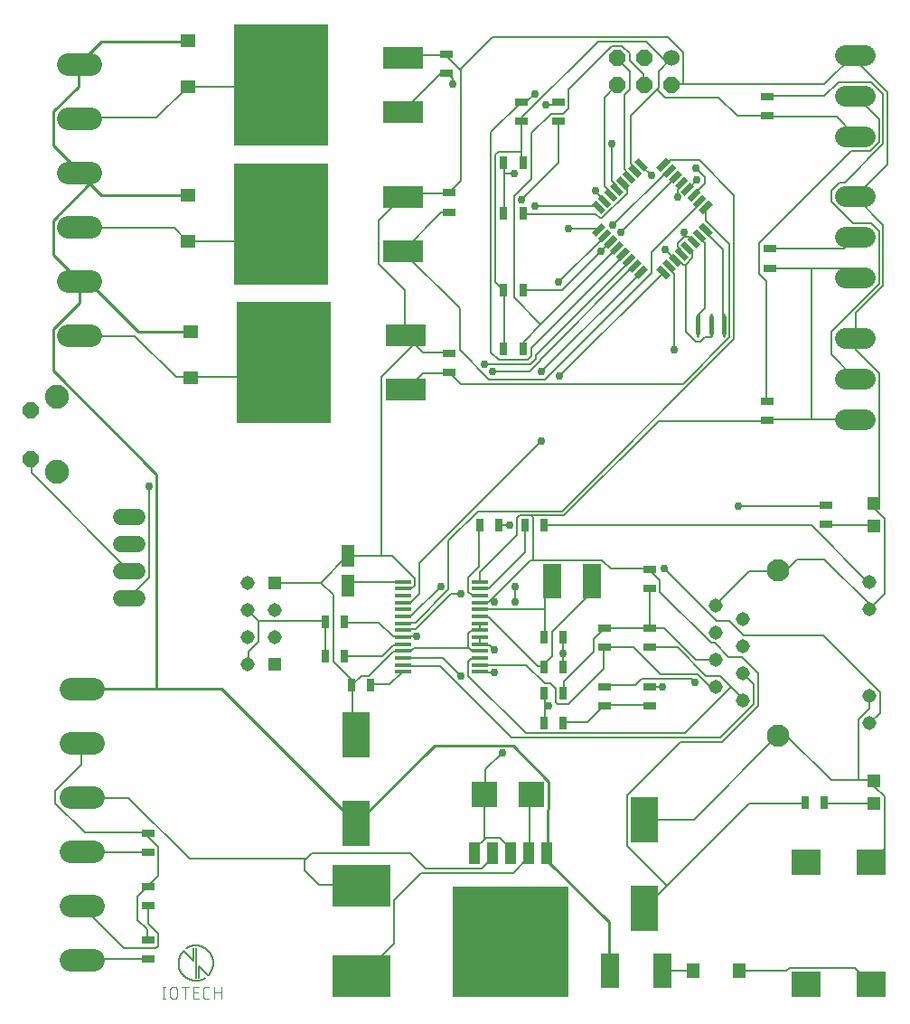
<source format=gbr>
G04 EAGLE Gerber RS-274X export*
G75*
%MOMM*%
%FSLAX34Y34*%
%LPD*%
%AMOC8*
5,1,8,0,0,1.08239X$1,22.5*%
G01*
%ADD10R,1.200000X1.200000*%
%ADD11R,1.270000X1.470000*%
%ADD12R,0.800000X1.200000*%
%ADD13R,1.780000X3.200000*%
%ADD14R,2.800000X2.400000*%
%ADD15R,1.200000X0.800000*%
%ADD16R,1.470000X1.270000*%
%ADD17R,3.810000X2.082800*%
%ADD18R,8.890000X11.430000*%
%ADD19R,1.308000X1.308000*%
%ADD20C,1.308000*%
%ADD21C,2.095500*%
%ADD22R,1.500000X0.400000*%
%ADD23R,1.700000X3.300000*%
%ADD24R,1.200000X2.000000*%
%ADD25C,2.100000*%
%ADD26C,1.524000*%
%ADD27R,1.270000X0.558800*%
%ADD28R,0.558800X1.270000*%
%ADD29C,0.450000*%
%ADD30C,0.254000*%
%ADD31C,1.524000*%
%ADD32P,1.649562X8X202.500000*%
%ADD33R,2.500000X4.300000*%
%ADD34R,5.500000X4.000000*%
%ADD35R,10.800000X10.410000*%
%ADD36R,1.066800X2.159000*%
%ADD37R,2.400000X2.400000*%
%ADD38C,0.127000*%
%ADD39C,0.101600*%
%ADD40P,1.649562X8X292.500000*%
%ADD41C,2.247900*%
%ADD42C,1.905000*%
%ADD43C,0.203200*%
%ADD44C,0.756400*%


D10*
X812500Y233000D03*
X812500Y212000D03*
D11*
X686500Y55000D03*
X643500Y55000D03*
D12*
X766500Y212500D03*
X748500Y212500D03*
D13*
X614900Y55000D03*
X565100Y55000D03*
D14*
X810000Y43000D03*
X810000Y157000D03*
X749000Y43000D03*
X749000Y157000D03*
D15*
X412500Y914000D03*
X412500Y896000D03*
D16*
X170000Y883500D03*
X170000Y926500D03*
D17*
X371400Y859600D03*
X371400Y910400D03*
D18*
X257100Y885000D03*
D15*
X712500Y589000D03*
X712500Y571000D03*
X715000Y731500D03*
X715000Y713500D03*
X415000Y784000D03*
X415000Y766000D03*
D16*
X170000Y738500D03*
X170000Y781500D03*
D17*
X371400Y729600D03*
X371400Y780400D03*
D18*
X257100Y755000D03*
D19*
X251125Y418250D03*
X251125Y342050D03*
D20*
X251125Y392850D03*
X251125Y367450D03*
X225725Y367450D03*
X225725Y392850D03*
X225725Y418250D03*
X225725Y342050D03*
D21*
X78778Y904500D02*
X57823Y904500D01*
X57823Y853700D02*
X78778Y853700D01*
X78778Y650500D02*
X57823Y650500D01*
X57823Y802900D02*
X78778Y802900D01*
X78778Y752100D02*
X57823Y752100D01*
X57823Y701300D02*
X78778Y701300D01*
X81278Y319500D02*
X60323Y319500D01*
X60323Y268700D02*
X81278Y268700D01*
X81278Y65500D02*
X60323Y65500D01*
X60323Y217900D02*
X81278Y217900D01*
X81278Y167100D02*
X60323Y167100D01*
X60323Y116300D02*
X81278Y116300D01*
D15*
X415000Y634000D03*
X415000Y616000D03*
D16*
X172500Y611000D03*
X172500Y654000D03*
D17*
X373900Y599600D03*
X373900Y650400D03*
D18*
X259600Y625000D03*
D15*
X712500Y874000D03*
X712500Y856000D03*
X132500Y184000D03*
X132500Y166000D03*
X132500Y134000D03*
X132500Y116000D03*
X132500Y84000D03*
X132500Y66000D03*
D22*
X371250Y419750D03*
X371250Y413250D03*
X371250Y406750D03*
X371250Y400250D03*
X371250Y393750D03*
X371250Y387250D03*
X371250Y380750D03*
X371250Y374250D03*
X371250Y367750D03*
X371250Y361250D03*
X371250Y354750D03*
X371250Y348250D03*
X371250Y341750D03*
X371250Y335250D03*
X443750Y335250D03*
X443750Y341750D03*
X443750Y348250D03*
X443750Y354750D03*
X443750Y361250D03*
X443750Y367750D03*
X443750Y374250D03*
X443750Y380750D03*
X443750Y387250D03*
X443750Y393750D03*
X443750Y400250D03*
X443750Y406750D03*
X443750Y413250D03*
X443750Y419750D03*
D12*
X316500Y350000D03*
X298500Y350000D03*
X316500Y382500D03*
X298500Y382500D03*
X341500Y322500D03*
X323500Y322500D03*
D23*
X511500Y420000D03*
X548500Y420000D03*
D12*
X503500Y340000D03*
X521500Y340000D03*
X503500Y367500D03*
X521500Y367500D03*
D15*
X560000Y358500D03*
X560000Y376500D03*
X602500Y358500D03*
X602500Y376500D03*
X602500Y303500D03*
X602500Y321500D03*
X560000Y303500D03*
X560000Y321500D03*
D12*
X521500Y315000D03*
X503500Y315000D03*
D15*
X602500Y431500D03*
X602500Y413500D03*
D12*
X521500Y287500D03*
X503500Y287500D03*
D24*
X320000Y416000D03*
X320000Y444000D03*
D12*
X504000Y472500D03*
X486000Y472500D03*
X461500Y472500D03*
X443500Y472500D03*
D25*
X722700Y275750D03*
X722700Y430650D03*
D20*
X808400Y419450D03*
X808400Y394050D03*
X808400Y312350D03*
X808400Y286950D03*
X664300Y397600D03*
X664300Y372200D03*
X664300Y346800D03*
X664300Y321400D03*
X689700Y385000D03*
X689700Y359600D03*
X689700Y334200D03*
X689700Y308800D03*
D26*
X122620Y404400D02*
X107380Y404400D01*
X107380Y429800D02*
X122620Y429800D01*
X122620Y455200D02*
X107380Y455200D01*
X107380Y480600D02*
X122620Y480600D01*
D15*
X482500Y869000D03*
X482500Y851000D03*
D12*
X466000Y812500D03*
X484000Y812500D03*
X466000Y765000D03*
X484000Y765000D03*
D15*
X767500Y491500D03*
X767500Y473500D03*
D10*
X812500Y493000D03*
X812500Y472000D03*
D27*
G36*
X613040Y716313D02*
X622019Y707334D01*
X618068Y703383D01*
X609089Y712362D01*
X613040Y716313D01*
G37*
G36*
X618697Y721970D02*
X627676Y712991D01*
X623725Y709040D01*
X614746Y718019D01*
X618697Y721970D01*
G37*
G36*
X624354Y727626D02*
X633333Y718647D01*
X629382Y714696D01*
X620403Y723675D01*
X624354Y727626D01*
G37*
G36*
X630011Y733283D02*
X638990Y724304D01*
X635039Y720353D01*
X626060Y729332D01*
X630011Y733283D01*
G37*
G36*
X635668Y738940D02*
X644647Y729961D01*
X640696Y726010D01*
X631717Y734989D01*
X635668Y738940D01*
G37*
G36*
X641325Y744597D02*
X650304Y735618D01*
X646353Y731667D01*
X637374Y740646D01*
X641325Y744597D01*
G37*
G36*
X646981Y750254D02*
X655960Y741275D01*
X652009Y737324D01*
X643030Y746303D01*
X646981Y750254D01*
G37*
G36*
X652638Y755911D02*
X661617Y746932D01*
X657666Y742981D01*
X648687Y751960D01*
X652638Y755911D01*
G37*
D28*
G36*
X657666Y777019D02*
X661617Y773068D01*
X652638Y764089D01*
X648687Y768040D01*
X657666Y777019D01*
G37*
G36*
X652009Y782676D02*
X655960Y778725D01*
X646981Y769746D01*
X643030Y773697D01*
X652009Y782676D01*
G37*
G36*
X646353Y788333D02*
X650304Y784382D01*
X641325Y775403D01*
X637374Y779354D01*
X646353Y788333D01*
G37*
G36*
X640696Y793990D02*
X644647Y790039D01*
X635668Y781060D01*
X631717Y785011D01*
X640696Y793990D01*
G37*
G36*
X635039Y799647D02*
X638990Y795696D01*
X630011Y786717D01*
X626060Y790668D01*
X635039Y799647D01*
G37*
G36*
X629382Y805304D02*
X633333Y801353D01*
X624354Y792374D01*
X620403Y796325D01*
X629382Y805304D01*
G37*
G36*
X623725Y810960D02*
X627676Y807009D01*
X618697Y798030D01*
X614746Y801981D01*
X623725Y810960D01*
G37*
G36*
X618068Y816617D02*
X622019Y812666D01*
X613040Y803687D01*
X609089Y807638D01*
X618068Y816617D01*
G37*
D27*
G36*
X591932Y816617D02*
X600911Y807638D01*
X596960Y803687D01*
X587981Y812666D01*
X591932Y816617D01*
G37*
G36*
X586275Y810960D02*
X595254Y801981D01*
X591303Y798030D01*
X582324Y807009D01*
X586275Y810960D01*
G37*
G36*
X580618Y805304D02*
X589597Y796325D01*
X585646Y792374D01*
X576667Y801353D01*
X580618Y805304D01*
G37*
G36*
X574961Y799647D02*
X583940Y790668D01*
X579989Y786717D01*
X571010Y795696D01*
X574961Y799647D01*
G37*
G36*
X569304Y793990D02*
X578283Y785011D01*
X574332Y781060D01*
X565353Y790039D01*
X569304Y793990D01*
G37*
G36*
X563647Y788333D02*
X572626Y779354D01*
X568675Y775403D01*
X559696Y784382D01*
X563647Y788333D01*
G37*
G36*
X557991Y782676D02*
X566970Y773697D01*
X563019Y769746D01*
X554040Y778725D01*
X557991Y782676D01*
G37*
G36*
X552334Y777019D02*
X561313Y768040D01*
X557362Y764089D01*
X548383Y773068D01*
X552334Y777019D01*
G37*
D28*
G36*
X557362Y755911D02*
X561313Y751960D01*
X552334Y742981D01*
X548383Y746932D01*
X557362Y755911D01*
G37*
G36*
X563019Y750254D02*
X566970Y746303D01*
X557991Y737324D01*
X554040Y741275D01*
X563019Y750254D01*
G37*
G36*
X568675Y744597D02*
X572626Y740646D01*
X563647Y731667D01*
X559696Y735618D01*
X568675Y744597D01*
G37*
G36*
X574332Y738940D02*
X578283Y734989D01*
X569304Y726010D01*
X565353Y729961D01*
X574332Y738940D01*
G37*
G36*
X579989Y733283D02*
X583940Y729332D01*
X574961Y720353D01*
X571010Y724304D01*
X579989Y733283D01*
G37*
G36*
X585646Y727626D02*
X589597Y723675D01*
X580618Y714696D01*
X576667Y718647D01*
X585646Y727626D01*
G37*
G36*
X591303Y721970D02*
X595254Y718019D01*
X586275Y709040D01*
X582324Y712991D01*
X591303Y721970D01*
G37*
G36*
X596960Y716313D02*
X600911Y712362D01*
X591932Y703383D01*
X587981Y707334D01*
X596960Y716313D01*
G37*
D15*
X517500Y869000D03*
X517500Y851000D03*
D12*
X484000Y692500D03*
X466000Y692500D03*
D29*
X648000Y667275D02*
X648000Y652725D01*
X660000Y652725D02*
X660000Y667275D01*
X672000Y667275D02*
X672000Y652725D01*
D30*
X648000Y660000D02*
X648000Y670160D01*
X648000Y660000D02*
X648000Y649840D01*
X672000Y660000D02*
X672000Y670160D01*
X672000Y660000D02*
X672000Y649840D01*
X660000Y660000D02*
X660000Y670160D01*
X660000Y660000D02*
X660000Y649840D01*
D12*
X484000Y637500D03*
X466000Y637500D03*
D31*
X622900Y910200D03*
D32*
X597500Y910200D03*
X572100Y910200D03*
X622900Y884800D03*
X597500Y884800D03*
X572100Y884800D03*
D33*
X327500Y193500D03*
X327500Y276500D03*
X597500Y113500D03*
X597500Y196500D03*
D34*
X332500Y135000D03*
X332500Y50000D03*
D35*
X472500Y82100D03*
D36*
X506536Y165412D03*
X489518Y165412D03*
X472500Y165412D03*
X455482Y165412D03*
X438464Y165412D03*
D37*
X492000Y220000D03*
X448000Y220000D03*
D38*
X177500Y76470D02*
X177500Y48530D01*
X180040Y48530D02*
X180040Y59960D01*
X188930Y51070D01*
X174960Y65040D02*
X166070Y73930D01*
X174960Y76470D02*
X174960Y65040D01*
X168610Y76471D02*
X168949Y76680D01*
X169293Y76881D01*
X169642Y77074D01*
X169995Y77258D01*
X170353Y77433D01*
X170715Y77600D01*
X171081Y77758D01*
X171451Y77907D01*
X171824Y78046D01*
X172201Y78177D01*
X172580Y78298D01*
X172963Y78411D01*
X173348Y78513D01*
X173735Y78607D01*
X174125Y78691D01*
X174516Y78765D01*
X174909Y78830D01*
X175304Y78885D01*
X175700Y78931D01*
X176097Y78967D01*
X176495Y78993D01*
X176893Y79010D01*
X177291Y79017D01*
X177690Y79014D01*
X178088Y79001D01*
X178486Y78979D01*
X178883Y78947D01*
X179280Y78906D01*
X179675Y78855D01*
X180069Y78794D01*
X180461Y78724D01*
X180851Y78644D01*
X181240Y78554D01*
X181626Y78455D01*
X182009Y78347D01*
X182390Y78230D01*
X182768Y78103D01*
X183143Y77967D01*
X183514Y77822D01*
X183882Y77668D01*
X184245Y77505D01*
X184605Y77333D01*
X184960Y77153D01*
X185311Y76964D01*
X185657Y76767D01*
X185999Y76561D01*
X186335Y76347D01*
X186665Y76124D01*
X186991Y75894D01*
X187310Y75656D01*
X187624Y75410D01*
X187932Y75157D01*
X188233Y74896D01*
X188528Y74628D01*
X188816Y74353D01*
X189098Y74071D01*
X189372Y73782D01*
X189640Y73486D01*
X189900Y73184D01*
X190153Y72876D01*
X190398Y72562D01*
X190635Y72242D01*
X190865Y71916D01*
X191086Y71585D01*
X191300Y71248D01*
X191505Y70907D01*
X191702Y70560D01*
X191890Y70209D01*
X192070Y69853D01*
X192241Y69493D01*
X192403Y69129D01*
X192556Y68761D01*
X192700Y68390D01*
X192835Y68015D01*
X192961Y67637D01*
X193078Y67256D01*
X193185Y66872D01*
X193283Y66485D01*
X193372Y66097D01*
X193451Y65706D01*
X193521Y65314D01*
X193580Y64920D01*
X193631Y64525D01*
X193672Y64128D01*
X193703Y63731D01*
X193724Y63333D01*
X193736Y62935D01*
X193738Y62536D01*
X193730Y62138D01*
X193712Y61739D01*
X193685Y61342D01*
X193648Y60945D01*
X193602Y60549D01*
X193546Y60155D01*
X193480Y59761D01*
X193405Y59370D01*
X193320Y58981D01*
X193226Y58593D01*
X193122Y58209D01*
X193009Y57826D01*
X192887Y57447D01*
X192756Y57071D01*
X192615Y56698D01*
X192465Y56329D01*
X192307Y55963D01*
X192139Y55601D01*
X191963Y55244D01*
X191778Y54891D01*
X191585Y54542D01*
X191383Y54199D01*
X191173Y53860D01*
X190955Y53527D01*
X190729Y53199D01*
X190494Y52876D01*
X190252Y52560D01*
X190003Y52249D01*
X189745Y51945D01*
X189481Y51646D01*
X189209Y51355D01*
X188930Y51070D01*
X186390Y48529D02*
X186051Y48320D01*
X185707Y48119D01*
X185358Y47926D01*
X185005Y47742D01*
X184647Y47567D01*
X184285Y47400D01*
X183919Y47242D01*
X183549Y47093D01*
X183176Y46954D01*
X182799Y46823D01*
X182420Y46702D01*
X182037Y46589D01*
X181652Y46487D01*
X181265Y46393D01*
X180875Y46309D01*
X180484Y46235D01*
X180091Y46170D01*
X179696Y46115D01*
X179300Y46069D01*
X178903Y46033D01*
X178505Y46007D01*
X178107Y45990D01*
X177709Y45983D01*
X177310Y45986D01*
X176912Y45999D01*
X176514Y46021D01*
X176117Y46053D01*
X175720Y46094D01*
X175325Y46145D01*
X174931Y46206D01*
X174539Y46276D01*
X174149Y46356D01*
X173760Y46446D01*
X173374Y46545D01*
X172991Y46653D01*
X172610Y46770D01*
X172232Y46897D01*
X171857Y47033D01*
X171486Y47178D01*
X171118Y47332D01*
X170755Y47495D01*
X170395Y47667D01*
X170040Y47847D01*
X169689Y48036D01*
X169343Y48233D01*
X169001Y48439D01*
X168665Y48653D01*
X168335Y48876D01*
X168009Y49106D01*
X167690Y49344D01*
X167376Y49590D01*
X167068Y49843D01*
X166767Y50104D01*
X166472Y50372D01*
X166184Y50647D01*
X165902Y50929D01*
X165628Y51218D01*
X165360Y51514D01*
X165100Y51816D01*
X164847Y52124D01*
X164602Y52438D01*
X164365Y52758D01*
X164135Y53084D01*
X163914Y53415D01*
X163700Y53752D01*
X163495Y54093D01*
X163298Y54440D01*
X163110Y54791D01*
X162930Y55147D01*
X162759Y55507D01*
X162597Y55871D01*
X162444Y56239D01*
X162300Y56610D01*
X162165Y56985D01*
X162039Y57363D01*
X161922Y57744D01*
X161815Y58128D01*
X161717Y58515D01*
X161628Y58903D01*
X161549Y59294D01*
X161479Y59686D01*
X161420Y60080D01*
X161369Y60475D01*
X161328Y60872D01*
X161297Y61269D01*
X161276Y61667D01*
X161264Y62065D01*
X161262Y62464D01*
X161270Y62862D01*
X161288Y63261D01*
X161315Y63658D01*
X161352Y64055D01*
X161398Y64451D01*
X161454Y64845D01*
X161520Y65239D01*
X161595Y65630D01*
X161680Y66019D01*
X161774Y66407D01*
X161878Y66791D01*
X161991Y67174D01*
X162113Y67553D01*
X162244Y67929D01*
X162385Y68302D01*
X162535Y68671D01*
X162693Y69037D01*
X162861Y69399D01*
X163037Y69756D01*
X163222Y70109D01*
X163415Y70458D01*
X163617Y70801D01*
X163827Y71140D01*
X164045Y71473D01*
X164271Y71801D01*
X164506Y72124D01*
X164748Y72440D01*
X164997Y72751D01*
X165255Y73055D01*
X165519Y73354D01*
X165791Y73645D01*
X166070Y73930D01*
D39*
X147556Y40402D02*
X147556Y28718D01*
X146258Y28718D02*
X148854Y28718D01*
X148854Y40402D02*
X146258Y40402D01*
X153455Y37156D02*
X153455Y31964D01*
X153454Y37156D02*
X153456Y37269D01*
X153462Y37382D01*
X153472Y37495D01*
X153486Y37608D01*
X153503Y37720D01*
X153525Y37831D01*
X153550Y37941D01*
X153580Y38051D01*
X153613Y38159D01*
X153650Y38266D01*
X153690Y38372D01*
X153735Y38476D01*
X153783Y38579D01*
X153834Y38680D01*
X153889Y38779D01*
X153947Y38876D01*
X154009Y38971D01*
X154074Y39064D01*
X154142Y39154D01*
X154213Y39242D01*
X154288Y39328D01*
X154365Y39411D01*
X154445Y39491D01*
X154528Y39568D01*
X154614Y39643D01*
X154702Y39714D01*
X154792Y39782D01*
X154885Y39847D01*
X154980Y39909D01*
X155077Y39967D01*
X155176Y40022D01*
X155277Y40073D01*
X155380Y40121D01*
X155484Y40166D01*
X155590Y40206D01*
X155697Y40243D01*
X155805Y40276D01*
X155915Y40306D01*
X156025Y40331D01*
X156136Y40353D01*
X156248Y40370D01*
X156361Y40384D01*
X156474Y40394D01*
X156587Y40400D01*
X156700Y40402D01*
X156813Y40400D01*
X156926Y40394D01*
X157039Y40384D01*
X157152Y40370D01*
X157264Y40353D01*
X157375Y40331D01*
X157485Y40306D01*
X157595Y40276D01*
X157703Y40243D01*
X157810Y40206D01*
X157916Y40166D01*
X158020Y40121D01*
X158123Y40073D01*
X158224Y40022D01*
X158323Y39967D01*
X158420Y39909D01*
X158515Y39847D01*
X158608Y39782D01*
X158698Y39714D01*
X158786Y39643D01*
X158872Y39568D01*
X158955Y39491D01*
X159035Y39411D01*
X159112Y39328D01*
X159187Y39242D01*
X159258Y39154D01*
X159326Y39064D01*
X159391Y38971D01*
X159453Y38876D01*
X159511Y38779D01*
X159566Y38680D01*
X159617Y38579D01*
X159665Y38476D01*
X159710Y38372D01*
X159750Y38266D01*
X159787Y38159D01*
X159820Y38051D01*
X159850Y37941D01*
X159875Y37831D01*
X159897Y37720D01*
X159914Y37608D01*
X159928Y37495D01*
X159938Y37382D01*
X159944Y37269D01*
X159946Y37156D01*
X159946Y31964D01*
X159944Y31851D01*
X159938Y31738D01*
X159928Y31625D01*
X159914Y31512D01*
X159897Y31400D01*
X159875Y31289D01*
X159850Y31179D01*
X159820Y31069D01*
X159787Y30961D01*
X159750Y30854D01*
X159710Y30748D01*
X159665Y30644D01*
X159617Y30541D01*
X159566Y30440D01*
X159511Y30341D01*
X159453Y30244D01*
X159391Y30149D01*
X159326Y30056D01*
X159258Y29966D01*
X159187Y29878D01*
X159112Y29792D01*
X159035Y29709D01*
X158955Y29629D01*
X158872Y29552D01*
X158786Y29477D01*
X158698Y29406D01*
X158608Y29338D01*
X158515Y29273D01*
X158420Y29211D01*
X158323Y29153D01*
X158224Y29098D01*
X158123Y29047D01*
X158020Y28999D01*
X157916Y28954D01*
X157810Y28914D01*
X157703Y28877D01*
X157595Y28844D01*
X157485Y28814D01*
X157375Y28789D01*
X157264Y28767D01*
X157152Y28750D01*
X157039Y28736D01*
X156926Y28726D01*
X156813Y28720D01*
X156700Y28718D01*
X156587Y28720D01*
X156474Y28726D01*
X156361Y28736D01*
X156248Y28750D01*
X156136Y28767D01*
X156025Y28789D01*
X155915Y28814D01*
X155805Y28844D01*
X155697Y28877D01*
X155590Y28914D01*
X155484Y28954D01*
X155380Y28999D01*
X155277Y29047D01*
X155176Y29098D01*
X155077Y29153D01*
X154980Y29211D01*
X154885Y29273D01*
X154792Y29338D01*
X154702Y29406D01*
X154614Y29477D01*
X154528Y29552D01*
X154445Y29629D01*
X154365Y29709D01*
X154288Y29792D01*
X154213Y29878D01*
X154142Y29966D01*
X154074Y30056D01*
X154009Y30149D01*
X153947Y30244D01*
X153889Y30341D01*
X153834Y30440D01*
X153783Y30541D01*
X153735Y30644D01*
X153690Y30748D01*
X153650Y30854D01*
X153613Y30961D01*
X153580Y31069D01*
X153550Y31179D01*
X153525Y31289D01*
X153503Y31400D01*
X153486Y31512D01*
X153472Y31625D01*
X153462Y31738D01*
X153456Y31851D01*
X153454Y31964D01*
X167368Y28718D02*
X167368Y40402D01*
X164123Y40402D02*
X170614Y40402D01*
X175194Y28718D02*
X180387Y28718D01*
X175194Y28718D02*
X175194Y40402D01*
X180387Y40402D01*
X179089Y35209D02*
X175194Y35209D01*
X187260Y28718D02*
X189856Y28718D01*
X187260Y28718D02*
X187161Y28720D01*
X187061Y28726D01*
X186962Y28735D01*
X186864Y28748D01*
X186766Y28765D01*
X186668Y28786D01*
X186572Y28811D01*
X186477Y28839D01*
X186383Y28871D01*
X186290Y28906D01*
X186198Y28945D01*
X186108Y28988D01*
X186020Y29033D01*
X185933Y29083D01*
X185849Y29135D01*
X185766Y29191D01*
X185686Y29249D01*
X185608Y29311D01*
X185533Y29376D01*
X185460Y29444D01*
X185390Y29514D01*
X185322Y29587D01*
X185257Y29662D01*
X185195Y29740D01*
X185137Y29820D01*
X185081Y29903D01*
X185029Y29987D01*
X184979Y30074D01*
X184934Y30162D01*
X184891Y30252D01*
X184852Y30344D01*
X184817Y30437D01*
X184785Y30531D01*
X184757Y30626D01*
X184732Y30722D01*
X184711Y30820D01*
X184694Y30918D01*
X184681Y31016D01*
X184672Y31115D01*
X184666Y31215D01*
X184664Y31314D01*
X184663Y31314D02*
X184663Y37806D01*
X184664Y37806D02*
X184666Y37905D01*
X184672Y38005D01*
X184681Y38104D01*
X184694Y38202D01*
X184711Y38300D01*
X184732Y38398D01*
X184757Y38494D01*
X184785Y38589D01*
X184817Y38683D01*
X184852Y38776D01*
X184891Y38868D01*
X184934Y38958D01*
X184979Y39046D01*
X185029Y39133D01*
X185081Y39217D01*
X185137Y39300D01*
X185195Y39380D01*
X185257Y39458D01*
X185322Y39533D01*
X185390Y39606D01*
X185460Y39676D01*
X185533Y39744D01*
X185608Y39809D01*
X185686Y39871D01*
X185766Y39929D01*
X185849Y39985D01*
X185933Y40037D01*
X186020Y40087D01*
X186108Y40132D01*
X186198Y40175D01*
X186290Y40214D01*
X186382Y40249D01*
X186477Y40281D01*
X186572Y40309D01*
X186668Y40334D01*
X186766Y40355D01*
X186864Y40372D01*
X186962Y40385D01*
X187061Y40394D01*
X187161Y40400D01*
X187260Y40402D01*
X189856Y40402D01*
X194603Y40402D02*
X194603Y28718D01*
X194603Y35209D02*
X201094Y35209D01*
X201094Y40402D02*
X201094Y28718D01*
D40*
X22554Y580106D03*
X22554Y534894D03*
D41*
X47446Y592552D03*
X47446Y522448D03*
D42*
X785475Y836900D02*
X804525Y836900D01*
X804525Y875000D02*
X785475Y875000D01*
X785475Y913100D02*
X804525Y913100D01*
X804525Y704400D02*
X785475Y704400D01*
X785475Y742500D02*
X804525Y742500D01*
X804525Y780600D02*
X785475Y780600D01*
X785475Y571900D02*
X804525Y571900D01*
X804525Y610000D02*
X785475Y610000D01*
X785475Y648100D02*
X804525Y648100D01*
D30*
X169403Y925594D02*
X88784Y925594D01*
X68374Y905184D01*
X169403Y925594D02*
X170000Y926500D01*
X68374Y905184D02*
X68300Y904500D01*
X88784Y781703D02*
X169403Y781703D01*
X78068Y792418D02*
X68374Y802113D01*
X78068Y792418D02*
X88784Y781703D01*
X169403Y781703D02*
X170000Y781500D01*
X68374Y802113D02*
X68300Y802900D01*
X123481Y654141D02*
X172465Y654141D01*
X123481Y654141D02*
X76538Y701084D01*
X68374Y701084D01*
X172465Y654141D02*
X172500Y654000D01*
X68374Y701084D02*
X68300Y701300D01*
X43882Y758232D02*
X78068Y792418D01*
X43882Y758232D02*
X43882Y725576D01*
X67353Y702104D01*
X68300Y701300D01*
X67353Y883753D02*
X67353Y904163D01*
X67353Y883753D02*
X43882Y860282D01*
X43882Y828646D01*
X68374Y804154D01*
X67353Y904163D02*
X68300Y904500D01*
X68374Y804154D02*
X68300Y802900D01*
X507189Y165321D02*
X507189Y158178D01*
X564337Y101030D01*
X564337Y55107D01*
X507189Y165321D02*
X506536Y165412D01*
X564337Y55107D02*
X565100Y55000D01*
X201039Y319417D02*
X140829Y319417D01*
X71435Y319417D01*
X201039Y319417D02*
X326560Y193895D01*
X71435Y319417D02*
X70800Y319500D01*
X326560Y193895D02*
X327500Y193500D01*
X507189Y206141D02*
X507189Y166342D01*
X507189Y206141D02*
X508209Y207162D01*
X508209Y232674D01*
X474533Y266351D01*
X401057Y266351D01*
X328601Y193895D01*
X506536Y165412D02*
X507189Y166342D01*
X328601Y193895D02*
X327500Y193500D01*
X68374Y680674D02*
X68374Y700063D01*
X68374Y680674D02*
X43882Y656182D01*
X43882Y617403D01*
X140829Y520455D01*
X140829Y319417D01*
X68374Y700063D02*
X68300Y701300D01*
D43*
X438815Y169403D02*
X438815Y166342D01*
X448510Y179098D02*
X449020Y179608D01*
X448510Y179098D02*
X438815Y169403D01*
X449020Y179608D02*
X462287Y179608D01*
X472492Y169403D01*
X472492Y166342D01*
X438815Y166342D02*
X438464Y165412D01*
X472500Y165412D02*
X472492Y166342D01*
X448000Y179608D02*
X448000Y219408D01*
X448000Y220000D01*
X448000Y179608D02*
X448510Y179098D01*
X521476Y352073D02*
X521476Y367380D01*
X521476Y352073D02*
X521476Y340847D01*
X521500Y340000D01*
X521476Y367380D02*
X521500Y367500D01*
X504127Y314314D02*
X504127Y303089D01*
X504127Y287781D01*
X503500Y287500D01*
X504127Y314314D02*
X503500Y315000D01*
X504127Y303089D02*
X508209Y303089D01*
X695981Y429631D02*
X722514Y429631D01*
X695981Y429631D02*
X664346Y397995D01*
X722514Y429631D02*
X722700Y430650D01*
X664346Y397995D02*
X664300Y397600D01*
X449020Y243900D02*
X449020Y220428D01*
X449020Y243900D02*
X464328Y259207D01*
X449020Y220428D02*
X448000Y220000D01*
X627608Y720473D02*
X629649Y720473D01*
X633731Y716391D01*
X635772Y716391D01*
X636282Y716901D02*
X642915Y723535D01*
X636282Y716901D02*
X635772Y716391D01*
X642915Y723535D02*
X642915Y727617D01*
X638833Y731699D01*
X627608Y720473D02*
X626868Y721161D01*
X638833Y731699D02*
X638182Y732475D01*
X654141Y649038D02*
X659243Y649038D01*
X654141Y649038D02*
X650059Y644956D01*
X645977Y644956D01*
X636792Y654141D01*
X636792Y716391D01*
X660000Y649840D02*
X659243Y649038D01*
X636792Y716391D02*
X636282Y716901D01*
X466369Y802113D02*
X466369Y812318D01*
X466369Y802113D02*
X466369Y765375D01*
X466000Y765000D01*
X466369Y812318D02*
X466000Y812500D01*
X571480Y790888D02*
X571480Y787826D01*
X571480Y790888D02*
X567398Y794970D01*
X567398Y829667D01*
X571480Y787826D02*
X571818Y787525D01*
X475553Y802113D02*
X466369Y802113D01*
X617403Y730678D02*
X626587Y721494D01*
X626868Y721161D01*
X795990Y671489D02*
X795990Y649038D01*
X795990Y671489D02*
X821503Y697002D01*
X821503Y754150D01*
X795990Y779662D01*
X795990Y649038D02*
X795000Y648100D01*
X795990Y779662D02*
X795000Y780600D01*
X795990Y908245D02*
X795990Y912327D01*
X795990Y908245D02*
X825585Y878651D01*
X825585Y810277D01*
X795990Y780683D01*
X795990Y912327D02*
X795000Y913100D01*
X795990Y780683D02*
X795000Y780600D01*
X813339Y492902D02*
X813339Y487799D01*
X822523Y478615D01*
X822523Y408200D01*
X809257Y394934D01*
X813339Y492902D02*
X812500Y493000D01*
X809257Y394934D02*
X808400Y394050D01*
X813339Y232674D02*
X813339Y227572D01*
X822523Y218387D01*
X822523Y169403D01*
X810277Y157157D01*
X813339Y232674D02*
X812500Y233000D01*
X810277Y157157D02*
X810000Y157000D01*
X730678Y275535D02*
X723535Y275535D01*
X730678Y275535D02*
X772519Y233695D01*
X798031Y233695D02*
X812318Y233695D01*
X798031Y233695D02*
X772519Y233695D01*
X723535Y275535D02*
X722700Y275750D01*
X812318Y233695D02*
X812500Y233000D01*
X643936Y196957D02*
X598013Y196957D01*
X643936Y196957D02*
X722514Y275535D01*
X598013Y196957D02*
X597500Y196500D01*
X722514Y275535D02*
X722700Y275750D01*
X808236Y301048D02*
X808236Y312273D01*
X808236Y301048D02*
X798031Y290843D01*
X798031Y233695D01*
X808236Y312273D02*
X808400Y312350D01*
X795990Y636792D02*
X795990Y648018D01*
X795990Y636792D02*
X817421Y615362D01*
X817421Y498004D01*
X813339Y493922D01*
X795990Y648018D02*
X795000Y648100D01*
X813339Y493922D02*
X812500Y493000D01*
X766396Y885794D02*
X633731Y885794D01*
X623526Y885794D01*
X766396Y885794D02*
X793949Y913348D01*
X623526Y885794D02*
X622900Y884800D01*
X793949Y913348D02*
X795000Y913100D01*
X730678Y430651D02*
X723535Y430651D01*
X730678Y430651D02*
X740883Y440856D01*
X766396Y440856D01*
X810277Y396975D01*
X723535Y430651D02*
X722700Y430650D01*
X808400Y394050D02*
X810277Y396975D01*
X412282Y913348D02*
X373503Y913348D01*
X371462Y911307D01*
X412282Y913348D02*
X412500Y914000D01*
X371462Y911307D02*
X371400Y910400D01*
X389831Y634751D02*
X414323Y634751D01*
X389831Y634751D02*
X374524Y650059D01*
X414323Y634751D02*
X415000Y634000D01*
X374524Y650059D02*
X373900Y650400D01*
X374524Y783744D02*
X414323Y783744D01*
X374524Y783744D02*
X371462Y780683D01*
X414323Y783744D02*
X415000Y784000D01*
X371462Y780683D02*
X371400Y780400D01*
X373503Y692920D02*
X373503Y651079D01*
X373503Y692920D02*
X349011Y717412D01*
X349011Y758232D01*
X370442Y779662D01*
X373503Y651079D02*
X373900Y650400D01*
X370442Y779662D02*
X371400Y780400D01*
X425549Y899061D02*
X425038Y899571D01*
X412282Y912327D01*
X425549Y899061D02*
X425549Y794970D01*
X415344Y784765D01*
X412282Y912327D02*
X412500Y914000D01*
X415344Y784765D02*
X415000Y784000D01*
X131645Y93886D02*
X131645Y84702D01*
X131645Y93886D02*
X122460Y103071D01*
X122460Y124501D01*
X131645Y133686D01*
X131645Y84702D02*
X132500Y84000D01*
X131645Y133686D02*
X132500Y134000D01*
X132665Y180629D02*
X132665Y183690D01*
X132665Y180629D02*
X141850Y171444D01*
X141850Y143891D01*
X132665Y134706D01*
X132665Y183690D02*
X132500Y184000D01*
X132665Y134706D02*
X132500Y134000D01*
X70415Y247982D02*
X70415Y268392D01*
X70415Y247982D02*
X45923Y223490D01*
X45923Y212264D01*
X73476Y184711D01*
X131645Y184711D01*
X70415Y268392D02*
X70800Y268700D01*
X131645Y184711D02*
X132500Y184000D01*
X435754Y355134D02*
X442897Y355134D01*
X433202Y357685D02*
X432692Y358196D01*
X433202Y357685D02*
X435754Y355134D01*
X432692Y358196D02*
X432692Y371462D01*
X434733Y373503D01*
X442897Y373503D01*
X442897Y355134D02*
X443750Y354750D01*
X442897Y373503D02*
X443750Y374250D01*
X443918Y374524D02*
X443918Y380647D01*
X443750Y380750D01*
X443918Y374524D02*
X443750Y374250D01*
X324519Y322478D02*
X324519Y278597D01*
X326560Y276556D01*
X324519Y322478D02*
X323500Y322500D01*
X326560Y276556D02*
X327500Y276500D01*
X362278Y354114D02*
X370442Y354114D01*
X362278Y354114D02*
X339827Y331663D01*
X332683Y331663D01*
X324519Y323499D01*
X370442Y354114D02*
X371250Y354750D01*
X324519Y323499D02*
X323500Y322500D01*
X381667Y357175D02*
X432692Y357175D01*
X381667Y357175D02*
X379626Y355134D01*
X371462Y355134D01*
X432692Y357175D02*
X433202Y357685D01*
X371462Y355134D02*
X371250Y354750D01*
X371462Y413303D02*
X379626Y413303D01*
X382688Y416364D01*
X382688Y422487D01*
X361257Y443918D01*
X351052Y443918D02*
X320437Y443918D01*
X351052Y443918D02*
X361257Y443918D01*
X371250Y413250D02*
X371462Y413303D01*
X320437Y443918D02*
X320000Y444000D01*
X293904Y418405D02*
X252064Y418405D01*
X294414Y418915D02*
X319417Y443918D01*
X294414Y418915D02*
X293904Y418405D01*
X252064Y418405D02*
X251125Y418250D01*
X319417Y443918D02*
X320000Y444000D01*
X23472Y521476D02*
X23472Y534742D01*
X23472Y521476D02*
X114296Y430651D01*
X23472Y534742D02*
X22554Y534894D01*
X114296Y430651D02*
X115000Y429800D01*
X306150Y344929D02*
X325540Y325540D01*
X306150Y344929D02*
X306150Y407180D01*
X294414Y418915D01*
X325540Y325540D02*
X323500Y322500D01*
X351052Y611280D02*
X381667Y641895D01*
X351052Y611280D02*
X351052Y443918D01*
X381667Y641895D02*
X373900Y650400D01*
X633731Y885794D02*
X633731Y915389D01*
X619444Y929676D01*
X455143Y929676D01*
X425038Y899571D01*
D44*
X508209Y303089D03*
X521476Y352073D03*
X464328Y259207D03*
X567398Y829667D03*
X475553Y802113D03*
X617403Y730678D03*
D43*
X767416Y212264D02*
X812318Y212264D01*
X812500Y212000D01*
X767416Y212264D02*
X766500Y212500D01*
X642915Y55107D02*
X615362Y55107D01*
X642915Y55107D02*
X643500Y55000D01*
X615362Y55107D02*
X614900Y55000D01*
X255125Y883753D02*
X170424Y883753D01*
X255125Y883753D02*
X256146Y884774D01*
X170424Y883753D02*
X170000Y883500D01*
X256146Y884774D02*
X257100Y885000D01*
X140829Y854159D02*
X68374Y854159D01*
X140829Y854159D02*
X169403Y882733D01*
X68374Y854159D02*
X68300Y853700D01*
X169403Y882733D02*
X170000Y883500D01*
X616382Y810277D02*
X618423Y810277D01*
X622505Y814359D01*
X649038Y814359D01*
X681694Y781703D01*
X681694Y646997D01*
X520455Y485758D01*
X441877Y485758D01*
X414323Y458205D01*
X414323Y412282D01*
X383708Y381667D01*
X371462Y381667D01*
X615554Y810152D02*
X616382Y810277D01*
X371462Y381667D02*
X371250Y380750D01*
X131645Y166342D02*
X71435Y166342D01*
X131645Y166342D02*
X132500Y166000D01*
X71435Y166342D02*
X70800Y167100D01*
X494943Y771498D02*
X554132Y771498D01*
X554848Y770554D01*
D44*
X494943Y771498D03*
D43*
X240838Y738842D02*
X170424Y738842D01*
X240838Y738842D02*
X256146Y754150D01*
X170424Y738842D02*
X170000Y738500D01*
X256146Y754150D02*
X257100Y755000D01*
X157157Y751088D02*
X68374Y751088D01*
X157157Y751088D02*
X169403Y738842D01*
X68374Y751088D02*
X68300Y752100D01*
X169403Y738842D02*
X170000Y738500D01*
X501066Y616382D02*
X593931Y709248D01*
X501066Y551070D02*
X386770Y436774D01*
X386770Y408200D01*
X379626Y401057D01*
X371462Y401057D01*
X593931Y709248D02*
X594446Y709848D01*
X371462Y401057D02*
X371250Y400250D01*
D44*
X501066Y616382D03*
X501066Y551070D03*
D43*
X518414Y612300D02*
X615362Y709248D01*
X615554Y709848D01*
D44*
X518414Y612300D03*
D43*
X621485Y712309D02*
X621485Y715371D01*
X621485Y712309D02*
X625567Y708227D01*
X625567Y636792D01*
X476574Y415344D02*
X476574Y401057D01*
X621485Y715371D02*
X621211Y715505D01*
D44*
X625567Y636792D03*
X476574Y415344D03*
X476574Y401057D03*
D43*
X414323Y615362D02*
X389831Y615362D01*
X374524Y600054D01*
X414323Y615362D02*
X415000Y616000D01*
X374524Y600054D02*
X373900Y599600D01*
X655161Y758232D02*
X655161Y770478D01*
X655161Y758232D02*
X677612Y735781D01*
X677612Y649038D01*
X633731Y605157D01*
X425549Y605157D01*
X415344Y615362D01*
X655161Y770478D02*
X655152Y770554D01*
X415000Y616000D02*
X415344Y615362D01*
X414323Y765375D02*
X407180Y765375D01*
X371462Y729658D01*
X414323Y765375D02*
X415000Y766000D01*
X371462Y729658D02*
X371400Y729600D01*
X649038Y773539D02*
X649038Y775580D01*
X649038Y773539D02*
X604136Y728637D01*
X604136Y709248D01*
X504127Y609239D01*
X452082Y609239D01*
X424528Y636792D01*
X424528Y675571D01*
X371462Y728637D01*
X649038Y775580D02*
X649495Y776211D01*
X371400Y729600D02*
X371462Y728637D01*
X713330Y874569D02*
X766396Y874569D01*
X779662Y887835D01*
X810277Y887835D01*
X821503Y876610D01*
X821503Y829667D01*
X785785Y793949D01*
X780683Y793949D01*
X772519Y785785D01*
X772519Y775580D01*
X792929Y755170D01*
X810277Y755170D01*
X817421Y748027D01*
X817421Y699043D01*
X772519Y654141D01*
X772519Y632710D01*
X794970Y610259D01*
X712500Y874000D02*
X713330Y874569D01*
X794970Y610259D02*
X795000Y610000D01*
X560255Y776601D02*
X552091Y784765D01*
X552091Y785785D01*
X560255Y776601D02*
X560505Y776211D01*
D44*
X552091Y785785D03*
D43*
X685776Y490861D02*
X767416Y490861D01*
X425549Y408200D02*
X416364Y408200D01*
X383708Y375544D01*
X372483Y375544D01*
X371462Y374524D01*
X767416Y490861D02*
X767500Y491500D01*
X371462Y374524D02*
X371250Y374250D01*
X604136Y800072D02*
X594952Y809257D01*
X594446Y810152D01*
D44*
X685776Y490861D03*
X425549Y408200D03*
X604136Y800072D03*
D43*
X618423Y804154D02*
X620464Y804154D01*
X618423Y804154D02*
X568419Y754150D01*
X407180Y415344D02*
X379626Y387790D01*
X371462Y387790D01*
X620464Y804154D02*
X621211Y804495D01*
X371462Y387790D02*
X371250Y387250D01*
D44*
X568419Y754150D03*
X407180Y415344D03*
D43*
X349011Y381667D02*
X317376Y381667D01*
X349011Y381667D02*
X362278Y368401D01*
X370442Y368401D01*
X317376Y381667D02*
X316500Y382500D01*
X370442Y368401D02*
X371250Y367750D01*
X575562Y747006D02*
X626587Y798031D01*
X384729Y368401D02*
X371462Y368401D01*
X626587Y798031D02*
X626868Y798839D01*
X371462Y368401D02*
X371250Y367750D01*
D44*
X575562Y747006D03*
X384729Y368401D03*
D43*
X407180Y895999D02*
X412282Y895999D01*
X407180Y895999D02*
X371462Y860282D01*
X412282Y895999D02*
X412500Y896000D01*
X371462Y860282D02*
X371400Y859600D01*
X643936Y782724D02*
X654141Y792929D01*
X654141Y799052D01*
X645977Y807216D01*
X418405Y885794D02*
X418405Y890897D01*
X413303Y895999D01*
X643936Y782724D02*
X643839Y781868D01*
X413303Y895999D02*
X412500Y896000D01*
D44*
X645977Y807216D03*
X418405Y885794D03*
D43*
X712309Y701084D02*
X712309Y589849D01*
X712309Y701084D02*
X705166Y708227D01*
X705166Y736801D01*
X791908Y823544D01*
X809257Y823544D01*
X817421Y831708D01*
X817421Y853138D01*
X795990Y874569D01*
X712309Y589849D02*
X712500Y589000D01*
X795990Y874569D02*
X795000Y875000D01*
X646997Y795990D02*
X638833Y787826D01*
X638182Y787525D01*
D44*
X646997Y795990D03*
D43*
X715371Y731699D02*
X784765Y731699D01*
X794970Y741904D01*
X715371Y731699D02*
X715000Y731500D01*
X794970Y741904D02*
X795000Y742500D01*
X631690Y789867D02*
X631690Y792929D01*
X631690Y789867D02*
X628628Y786806D01*
X628628Y779662D01*
X631690Y792929D02*
X632525Y793182D01*
D44*
X628628Y779662D03*
D43*
X131645Y66333D02*
X71435Y66333D01*
X131645Y66333D02*
X132500Y66000D01*
X71435Y66333D02*
X70800Y65500D01*
X517394Y700063D02*
X560255Y742924D01*
X560505Y743789D01*
D44*
X517394Y700063D03*
D43*
X132665Y115317D02*
X132665Y98989D01*
X141850Y89804D01*
X141850Y78579D01*
X139809Y76538D01*
X110214Y76538D01*
X71435Y115317D01*
X132500Y116000D02*
X132665Y115317D01*
X71435Y115317D02*
X70800Y116300D01*
X526578Y750068D02*
X554132Y750068D01*
X554848Y749446D01*
D44*
X526578Y750068D03*
D43*
X245941Y611280D02*
X173485Y611280D01*
X245941Y611280D02*
X259207Y624546D01*
X173485Y611280D02*
X172500Y611000D01*
X259207Y624546D02*
X259600Y625000D01*
X120419Y650059D02*
X68374Y650059D01*
X120419Y650059D02*
X159198Y611280D01*
X172465Y611280D01*
X68374Y650059D02*
X68300Y650500D01*
X172465Y611280D02*
X172500Y611000D01*
X754150Y571480D02*
X794970Y571480D01*
X754150Y571480D02*
X713330Y571480D01*
X712500Y571000D01*
X794970Y571480D02*
X795000Y571900D01*
X631690Y727617D02*
X631690Y730678D01*
X628628Y733740D01*
X628628Y736801D01*
X634751Y742924D01*
X638833Y742924D01*
X642915Y738842D01*
X631690Y727617D02*
X632525Y726818D01*
X642915Y738842D02*
X643839Y738132D01*
X754150Y713330D02*
X786806Y713330D01*
X754150Y713330D02*
X715371Y713330D01*
X786806Y713330D02*
X794970Y705166D01*
X715371Y713330D02*
X715000Y713500D01*
X794970Y705166D02*
X795000Y704400D01*
X634751Y742924D02*
X634751Y747006D01*
X754150Y713330D02*
X754150Y571480D01*
X482697Y814359D02*
X482697Y822523D01*
X482697Y850077D01*
X482697Y814359D02*
X483717Y813339D01*
X482697Y850077D02*
X482500Y851000D01*
X483717Y813339D02*
X484000Y812500D01*
X466369Y691899D02*
X466369Y637813D01*
X466000Y637500D01*
X466369Y691899D02*
X466000Y692500D01*
X461266Y822523D02*
X482697Y822523D01*
X461266Y822523D02*
X458205Y819462D01*
X458205Y700063D01*
X465348Y692920D01*
X466000Y692500D01*
X713330Y855179D02*
X777621Y855179D01*
X794970Y837831D01*
X713330Y855179D02*
X712500Y856000D01*
X794970Y837831D02*
X795000Y836900D01*
X587808Y808236D02*
X587808Y805175D01*
X587808Y808236D02*
X584747Y811298D01*
X584747Y856200D01*
X609749Y881202D02*
X611280Y882733D01*
X609749Y881202D02*
X584747Y856200D01*
X611280Y882733D02*
X611280Y898040D01*
X622505Y909266D01*
X587808Y805175D02*
X588789Y804495D01*
X622505Y909266D02*
X622900Y910200D01*
X684756Y856200D02*
X712309Y856200D01*
X684756Y856200D02*
X667407Y873548D01*
X617403Y873548D01*
X609749Y881202D01*
X712309Y856200D02*
X712500Y856000D01*
X482697Y854159D02*
X482697Y851097D01*
X482697Y854159D02*
X554132Y925594D01*
X599034Y925594D01*
X618423Y906204D01*
X482697Y851097D02*
X482500Y851000D01*
X618423Y906204D02*
X622900Y910200D01*
X695981Y212264D02*
X748027Y212264D01*
X618933Y135216D02*
X598013Y114296D01*
X618933Y135216D02*
X695981Y212264D01*
X748027Y212264D02*
X748500Y212500D01*
X598013Y114296D02*
X597500Y113500D01*
X457184Y334724D02*
X443918Y334724D01*
X457184Y356155D02*
X453102Y360237D01*
X443918Y360237D01*
X443750Y335250D02*
X443918Y334724D01*
X443918Y360237D02*
X443750Y361250D01*
X443918Y362278D02*
X443918Y367380D01*
X443750Y367750D01*
X443918Y362278D02*
X443750Y361250D01*
X566378Y431672D02*
X602095Y431672D01*
X566378Y431672D02*
X558214Y439836D01*
X493922Y439836D02*
X490861Y439836D01*
X493922Y439836D02*
X558214Y439836D01*
X454633Y403608D02*
X452082Y401057D01*
X454633Y403608D02*
X490861Y439836D01*
X452082Y401057D02*
X443918Y401057D01*
X602095Y431672D02*
X602500Y431500D01*
X443918Y401057D02*
X443750Y400250D01*
X443918Y420446D02*
X443918Y428610D01*
X478615Y463307D01*
X478615Y479635D01*
X480656Y481676D01*
X491881Y481676D01*
X492391Y481166D02*
X493922Y479635D01*
X492391Y481166D02*
X491881Y481676D01*
X493922Y479635D02*
X493922Y439836D01*
X443918Y420446D02*
X443750Y419750D01*
X454633Y403608D02*
X457184Y401057D01*
X581685Y172465D02*
X618933Y135216D01*
X581685Y172465D02*
X581685Y219408D01*
X631690Y269412D01*
X670469Y269412D01*
X704145Y303089D01*
X704145Y333704D01*
X688838Y349011D01*
X676592Y349011D01*
X663325Y362278D01*
X660264Y362278D01*
X612300Y410241D01*
X612300Y421467D01*
X603116Y430651D01*
X602500Y431500D01*
X455143Y165321D02*
X455143Y161239D01*
X444938Y151034D01*
X392893Y151034D01*
X378606Y165321D01*
X285740Y165321D01*
X280127Y159708D02*
X279617Y159198D01*
X280127Y159708D02*
X285740Y165321D01*
X279617Y159198D02*
X279617Y148993D01*
X292884Y135727D01*
X331663Y135727D01*
X455143Y165321D02*
X455482Y165412D01*
X332500Y135000D02*
X331663Y135727D01*
X299007Y350032D02*
X299007Y381667D01*
X299007Y350032D02*
X298500Y350000D01*
X299007Y381667D02*
X298500Y382500D01*
X297986Y382688D02*
X235736Y382688D01*
X226551Y391872D01*
X297986Y382688D02*
X298500Y382500D01*
X226551Y391872D02*
X225725Y392850D01*
X226551Y354114D02*
X226551Y342888D01*
X226551Y354114D02*
X235736Y363298D01*
X235736Y382688D01*
X226551Y342888D02*
X225725Y342050D01*
X279617Y160219D02*
X171444Y160219D01*
X114296Y217367D01*
X71435Y217367D01*
X279617Y160219D02*
X280127Y159708D01*
X71435Y217367D02*
X70800Y217900D01*
X611280Y570460D02*
X712309Y570460D01*
X611280Y570460D02*
X522496Y481676D01*
X492902Y481676D01*
X712309Y570460D02*
X712500Y571000D01*
X492902Y481676D02*
X492391Y481166D01*
D44*
X634751Y747006D03*
X457184Y334724D03*
X457184Y356155D03*
X457184Y401057D03*
D43*
X504127Y472492D02*
X754150Y472492D01*
X806195Y420446D01*
X808236Y420446D01*
X504127Y472492D02*
X504000Y472500D01*
X808236Y420446D02*
X808400Y419450D01*
X471471Y472492D02*
X462287Y472492D01*
X616382Y431672D02*
X665366Y382688D01*
X677612Y382688D01*
X690879Y369421D01*
X765375Y369421D01*
X818441Y316355D01*
X818441Y296966D01*
X809257Y287781D01*
X462287Y472492D02*
X461500Y472500D01*
X808400Y286950D02*
X809257Y287781D01*
D44*
X471471Y472492D03*
X616382Y431672D03*
D43*
X370442Y419426D02*
X323499Y419426D01*
X320437Y416364D01*
X370442Y419426D02*
X371250Y419750D01*
X320437Y416364D02*
X320000Y416000D01*
X317376Y350032D02*
X352073Y350032D01*
X362278Y360237D01*
X370442Y360237D01*
X317376Y350032D02*
X316500Y350000D01*
X370442Y360237D02*
X371250Y361250D01*
X359216Y323499D02*
X341868Y323499D01*
X359216Y323499D02*
X370442Y334724D01*
X341868Y323499D02*
X341500Y322500D01*
X370442Y334724D02*
X371250Y335250D01*
X504127Y393913D02*
X504127Y412282D01*
X504127Y393913D02*
X504127Y368401D01*
X504127Y412282D02*
X511271Y419426D01*
X504127Y368401D02*
X503500Y367500D01*
X511271Y419426D02*
X511500Y420000D01*
X504127Y393913D02*
X443918Y393913D01*
X443750Y393750D01*
X498004Y340847D02*
X503107Y340847D01*
X498004Y340847D02*
X452082Y386770D01*
X443918Y386770D01*
X503107Y340847D02*
X503500Y340000D01*
X443918Y386770D02*
X443750Y387250D01*
X548009Y409221D02*
X548009Y419426D01*
X548009Y409221D02*
X511271Y372483D01*
X511271Y350032D01*
X503107Y341868D01*
X548009Y419426D02*
X548500Y420000D01*
X503107Y341868D02*
X503500Y340000D01*
X603116Y376565D02*
X603116Y413303D01*
X603116Y376565D02*
X602500Y376500D01*
X603116Y413303D02*
X602500Y413500D01*
X522496Y326560D02*
X522496Y315335D01*
X522496Y326560D02*
X550050Y354114D01*
X550050Y366360D01*
X559234Y375544D01*
X522496Y315335D02*
X521500Y315000D01*
X559234Y375544D02*
X560000Y376500D01*
X560255Y376565D02*
X602095Y376565D01*
X602500Y376500D01*
X560255Y376565D02*
X560000Y376500D01*
X645977Y346970D02*
X663325Y346970D01*
X645977Y346970D02*
X616382Y376565D01*
X604136Y376565D01*
X663325Y346970D02*
X664300Y346800D01*
X604136Y376565D02*
X602500Y376500D01*
X543927Y287781D02*
X522496Y287781D01*
X543927Y287781D02*
X559234Y303089D01*
X522496Y287781D02*
X521500Y287500D01*
X559234Y303089D02*
X560000Y303500D01*
X560255Y304109D02*
X602095Y304109D01*
X602500Y303500D01*
X560255Y304109D02*
X560000Y303500D01*
X603116Y358196D02*
X628628Y358196D01*
X655161Y331663D01*
X668428Y331663D01*
X679143Y320947D02*
X688838Y311253D01*
X679143Y320947D02*
X668428Y331663D01*
X688838Y311253D02*
X688838Y309212D01*
X603116Y358196D02*
X602500Y358500D01*
X688838Y309212D02*
X689700Y308800D01*
X442897Y347991D02*
X435754Y347991D01*
X432692Y344929D01*
X432692Y331663D01*
X486779Y277576D01*
X635772Y277576D01*
X679143Y320947D01*
X443750Y348250D02*
X442897Y347991D01*
X560255Y358196D02*
X587808Y358196D01*
X613321Y332683D01*
X648018Y332683D01*
X659243Y321458D01*
X663325Y321458D01*
X560255Y358196D02*
X560000Y358500D01*
X663325Y321458D02*
X664300Y321400D01*
X486779Y341868D02*
X443918Y341868D01*
X486779Y341868D02*
X504127Y324519D01*
X509230Y324519D01*
X514332Y319417D01*
X514332Y307171D01*
X516373Y305130D01*
X526578Y305130D01*
X559234Y337786D01*
X559234Y358196D01*
X443918Y341868D02*
X443750Y341750D01*
X559234Y358196D02*
X560000Y358500D01*
X603116Y321458D02*
X614341Y321458D01*
X603116Y321458D02*
X602500Y321500D01*
X409221Y347991D02*
X371462Y347991D01*
X409221Y347991D02*
X425549Y331663D01*
X371462Y347991D02*
X371250Y348250D01*
D44*
X614341Y321458D03*
X425549Y331663D03*
D43*
X560255Y322478D02*
X588829Y322478D01*
X594952Y328601D01*
X641895Y328601D01*
X644956Y325540D01*
X560255Y322478D02*
X560000Y321500D01*
X406159Y340847D02*
X371462Y340847D01*
X406159Y340847D02*
X473512Y273494D01*
X668428Y273494D01*
X700063Y305130D01*
X700063Y323499D01*
X689858Y333704D01*
X371462Y340847D02*
X371250Y341750D01*
X689700Y334200D02*
X689858Y333704D01*
D44*
X644956Y325540D03*
D43*
X485758Y446979D02*
X485758Y472492D01*
X485758Y446979D02*
X452082Y413303D01*
X443918Y413303D01*
X485758Y472492D02*
X486000Y472500D01*
X443918Y413303D02*
X443750Y413250D01*
X442897Y433713D02*
X442897Y472492D01*
X442897Y433713D02*
X432692Y423508D01*
X432692Y410241D01*
X435754Y407180D01*
X442897Y407180D01*
X442897Y472492D02*
X443500Y472500D01*
X442897Y407180D02*
X443750Y406750D01*
X484738Y764355D02*
X552091Y764355D01*
X556173Y760273D01*
X558214Y760273D01*
X581685Y783744D01*
X581685Y788847D01*
X577603Y792929D01*
X484738Y764355D02*
X484000Y765000D01*
X577475Y793182D02*
X577603Y792929D01*
X487799Y869466D02*
X482697Y869466D01*
X487799Y869466D02*
X494943Y876610D01*
X505148Y866405D02*
X515353Y866405D01*
X517394Y868446D01*
X482697Y869466D02*
X482500Y869000D01*
X517394Y868446D02*
X517500Y869000D01*
X576583Y726596D02*
X576583Y723535D01*
X491881Y638833D01*
X491881Y630669D01*
X488820Y627608D01*
X461266Y627608D01*
X454123Y634751D01*
X454123Y840892D01*
X481676Y868446D01*
X576583Y726596D02*
X577475Y726818D01*
X481676Y868446D02*
X482500Y869000D01*
D44*
X494943Y876610D03*
X505148Y866405D03*
D43*
X768437Y472492D02*
X812318Y472492D01*
X812500Y472000D01*
X768437Y472492D02*
X767500Y473500D01*
X587808Y715371D02*
X500045Y627608D01*
X500045Y626587D01*
X489840Y616382D01*
X455143Y616382D01*
X587808Y715371D02*
X588789Y715505D01*
D44*
X455143Y616382D03*
D43*
X484738Y637813D02*
X484738Y644956D01*
X500555Y660774D02*
X571480Y731699D01*
X500555Y660774D02*
X484738Y644956D01*
X484738Y637813D02*
X484000Y637500D01*
X571480Y731699D02*
X571818Y732475D01*
X596993Y885794D02*
X596993Y894979D01*
X583726Y908245D01*
X583726Y914368D01*
X576583Y921512D01*
X567398Y921512D01*
X526578Y880692D01*
X526578Y863343D01*
X521476Y858241D01*
X510250Y858241D01*
X491881Y839872D01*
X491881Y797011D01*
X475553Y780683D01*
X475553Y685776D01*
X500555Y660774D01*
X597500Y884800D02*
X596993Y885794D01*
X520455Y692920D02*
X484738Y692920D01*
X557193Y729658D02*
X565357Y737822D01*
X557193Y729658D02*
X520455Y692920D01*
X484738Y692920D02*
X484000Y692500D01*
X565357Y737822D02*
X566161Y738132D01*
D44*
X557193Y729658D03*
D43*
X655161Y747006D02*
X655161Y749047D01*
X655161Y747006D02*
X671489Y730678D01*
X671489Y670469D01*
X655161Y749047D02*
X655152Y749446D01*
X671489Y670469D02*
X672000Y660000D01*
X650059Y740883D02*
X650059Y742924D01*
X650059Y740883D02*
X654141Y736801D01*
X654141Y675571D01*
X649038Y670469D01*
X650059Y742924D02*
X649495Y743789D01*
X649038Y670469D02*
X648000Y660000D01*
X517394Y812318D02*
X517394Y850077D01*
X517394Y812318D02*
X482697Y777621D01*
X133686Y509230D02*
X133686Y423508D01*
X115317Y405139D01*
X517394Y850077D02*
X517500Y851000D01*
X115317Y405139D02*
X115000Y404400D01*
D44*
X482697Y777621D03*
X133686Y509230D03*
D43*
X582706Y718432D02*
X582706Y720473D01*
X582706Y718432D02*
X495963Y631690D01*
X495963Y628628D01*
X490861Y623526D01*
X448000Y623526D01*
X582706Y720473D02*
X583132Y721161D01*
D44*
X448000Y623526D03*
D43*
X582706Y799052D02*
X582706Y802113D01*
X578624Y806195D01*
X578624Y875589D01*
X583726Y880692D01*
X583726Y898040D01*
X572501Y909266D01*
X582706Y799052D02*
X583132Y798839D01*
X572501Y909266D02*
X572100Y910200D01*
X565357Y784765D02*
X565357Y782724D01*
X565357Y784765D02*
X560255Y789867D01*
X560255Y873548D01*
X571480Y884774D01*
X565357Y782724D02*
X566161Y781868D01*
X571480Y884774D02*
X572100Y884800D01*
X489840Y217367D02*
X489840Y166342D01*
X489840Y217367D02*
X491881Y219408D01*
X489840Y166342D02*
X489518Y165412D01*
X491881Y219408D02*
X492000Y220000D01*
X488820Y165321D02*
X488820Y161239D01*
X474533Y146952D01*
X388811Y146952D01*
X363298Y121440D01*
X363298Y80620D01*
X332683Y50005D01*
X488820Y165321D02*
X489518Y165412D01*
X332683Y50005D02*
X332500Y50000D01*
X686797Y55107D02*
X730678Y55107D01*
X733740Y58169D01*
X794970Y58169D01*
X809257Y43882D01*
X686797Y55107D02*
X686500Y55000D01*
X809257Y43882D02*
X810000Y43000D01*
M02*

</source>
